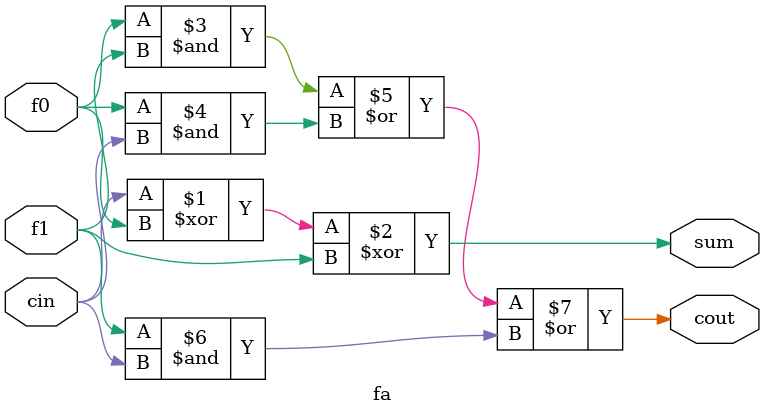
<source format=v>
`timescale 1ns / 1ps
module fa(
    input cin,
    input f0,
    input f1,
    output cout,
    output sum
    );
assign sum = cin^f0^f1;
assign cout = (f0&f1)|(f0&cin)|(f1&cin);

endmodule

</source>
